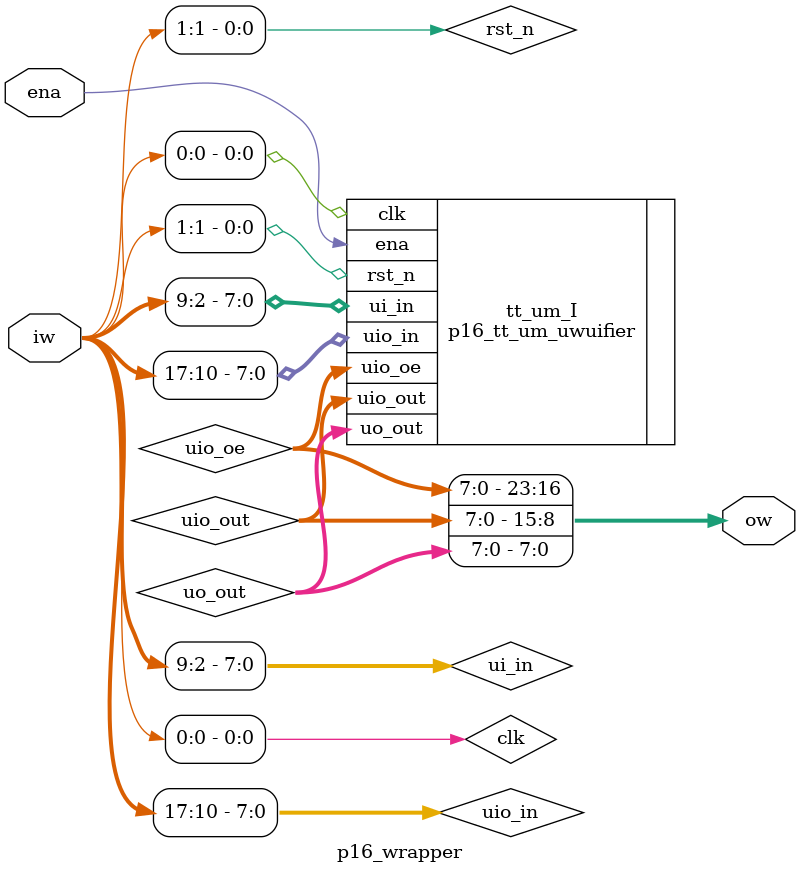
<source format=v>
`default_nettype none

module p16_wrapper (
  input wire ena,
  input wire [17:0] iw,
  output wire [23:0] ow
);

wire [7:0] uio_in;
wire [7:0] uio_out;
wire [7:0] uio_oe;
wire [7:0] uo_out;
wire [7:0] ui_in;
wire clk;
wire rst_n;

assign { uio_in, ui_in, rst_n, clk} = iw;
assign ow = { uio_oe, uio_out, uo_out };

p16_tt_um_uwuifier tt_um_I (
  .uio_in  (uio_in),
  .uio_out (uio_out),
  .uio_oe  (uio_oe),
  .uo_out  (uo_out),
  .ui_in   (ui_in),
  .ena     (ena),
  .clk     (clk),
  .rst_n   (rst_n)
);

endmodule

</source>
